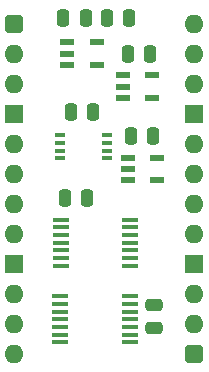
<source format=gts>
%TF.GenerationSoftware,KiCad,Pcbnew,8.0.3*%
%TF.CreationDate,2024-07-03T16:16:01+02:00*%
%TF.ProjectId,SD Card Clock,53442043-6172-4642-9043-6c6f636b2e6b,V0*%
%TF.SameCoordinates,PX54c81a0PY37b6b20*%
%TF.FileFunction,Soldermask,Top*%
%TF.FilePolarity,Negative*%
%FSLAX46Y46*%
G04 Gerber Fmt 4.6, Leading zero omitted, Abs format (unit mm)*
G04 Created by KiCad (PCBNEW 8.0.3) date 2024-07-03 16:16:01*
%MOMM*%
%LPD*%
G01*
G04 APERTURE LIST*
G04 Aperture macros list*
%AMRoundRect*
0 Rectangle with rounded corners*
0 $1 Rounding radius*
0 $2 $3 $4 $5 $6 $7 $8 $9 X,Y pos of 4 corners*
0 Add a 4 corners polygon primitive as box body*
4,1,4,$2,$3,$4,$5,$6,$7,$8,$9,$2,$3,0*
0 Add four circle primitives for the rounded corners*
1,1,$1+$1,$2,$3*
1,1,$1+$1,$4,$5*
1,1,$1+$1,$6,$7*
1,1,$1+$1,$8,$9*
0 Add four rect primitives between the rounded corners*
20,1,$1+$1,$2,$3,$4,$5,0*
20,1,$1+$1,$4,$5,$6,$7,0*
20,1,$1+$1,$6,$7,$8,$9,0*
20,1,$1+$1,$8,$9,$2,$3,0*%
G04 Aperture macros list end*
%ADD10R,1.250000X0.600000*%
%ADD11RoundRect,0.250000X-0.250000X-0.475000X0.250000X-0.475000X0.250000X0.475000X-0.250000X0.475000X0*%
%ADD12R,1.150000X0.600000*%
%ADD13RoundRect,0.250000X-0.475000X0.250000X-0.475000X-0.250000X0.475000X-0.250000X0.475000X0.250000X0*%
%ADD14RoundRect,0.250000X0.250000X0.475000X-0.250000X0.475000X-0.250000X-0.475000X0.250000X-0.475000X0*%
%ADD15R,1.475000X0.450000*%
%ADD16R,0.950000X0.450000*%
%ADD17RoundRect,0.400000X-0.400000X-0.400000X0.400000X-0.400000X0.400000X0.400000X-0.400000X0.400000X0*%
%ADD18O,1.600000X1.600000*%
%ADD19R,1.600000X1.600000*%
G04 APERTURE END LIST*
D10*
%TO.C,IC10*%
X9607000Y-11369000D03*
X9607000Y-12319000D03*
X9607000Y-13269000D03*
X12107000Y-13269000D03*
X12107000Y-11369000D03*
%TD*%
D11*
%TO.C,C10*%
X4146000Y508000D03*
X6046000Y508000D03*
%TD*%
D12*
%TO.C,IC1*%
X4415000Y-1590000D03*
X4415000Y-2540000D03*
X4415000Y-3490000D03*
X7015000Y-3490000D03*
X7015000Y-1590000D03*
%TD*%
D10*
%TO.C,IC2*%
X9164000Y-4384000D03*
X9164000Y-5334000D03*
X9164000Y-6284000D03*
X11664000Y-6284000D03*
X11664000Y-4384000D03*
%TD*%
D13*
%TO.C,C7*%
X11811000Y-23831000D03*
X11811000Y-25731000D03*
%TD*%
D14*
%TO.C,C4*%
X6694000Y-7493000D03*
X4794000Y-7493000D03*
%TD*%
%TO.C,C5*%
X11475000Y-2540000D03*
X9575000Y-2540000D03*
%TD*%
D15*
%TO.C,IC5*%
X3920000Y-16592000D03*
X3920000Y-17242000D03*
X3920000Y-17892000D03*
X3920000Y-18542000D03*
X3920000Y-19192000D03*
X3920000Y-19842000D03*
X3920000Y-20492000D03*
X9796000Y-20492000D03*
X9796000Y-19842000D03*
X9796000Y-19192000D03*
X9796000Y-18542000D03*
X9796000Y-17892000D03*
X9796000Y-17242000D03*
X9796000Y-16592000D03*
%TD*%
D11*
%TO.C,C11*%
X7829000Y508000D03*
X9729000Y508000D03*
%TD*%
D16*
%TO.C,IC6*%
X3867000Y-9439000D03*
X3867000Y-10089000D03*
X3867000Y-10739000D03*
X3867000Y-11389000D03*
X7817000Y-11389000D03*
X7817000Y-10739000D03*
X7817000Y-10089000D03*
X7817000Y-9439000D03*
%TD*%
D15*
%TO.C,IC8*%
X3875000Y-23069000D03*
X3875000Y-23719000D03*
X3875000Y-24369000D03*
X3875000Y-25019000D03*
X3875000Y-25669000D03*
X3875000Y-26319000D03*
X3875000Y-26969000D03*
X9751000Y-26969000D03*
X9751000Y-26319000D03*
X9751000Y-25669000D03*
X9751000Y-25019000D03*
X9751000Y-24369000D03*
X9751000Y-23719000D03*
X9751000Y-23069000D03*
%TD*%
D17*
%TO.C,J2*%
X0Y0D03*
D18*
X0Y-2540000D03*
X0Y-5080000D03*
D19*
X0Y-7620000D03*
D18*
X0Y-10160000D03*
X0Y-12700000D03*
X0Y-15240000D03*
X0Y-17780000D03*
D19*
X0Y-20320000D03*
D18*
X0Y-22860000D03*
X0Y-25400000D03*
X0Y-27940000D03*
D17*
X15240000Y-27940000D03*
D18*
X15240000Y-25400000D03*
X15240000Y-22860000D03*
D19*
X15240000Y-20320000D03*
D18*
X15240000Y-17780000D03*
X15240000Y-15240000D03*
X15240000Y-12700000D03*
X15240000Y-10160000D03*
D19*
X15240000Y-7620000D03*
D18*
X15240000Y-5080000D03*
X15240000Y-2540000D03*
X15240000Y0D03*
%TD*%
D14*
%TO.C,C1*%
X11729000Y-9525000D03*
X9829000Y-9525000D03*
%TD*%
%TO.C,C2*%
X6141000Y-14732000D03*
X4241000Y-14732000D03*
%TD*%
M02*

</source>
